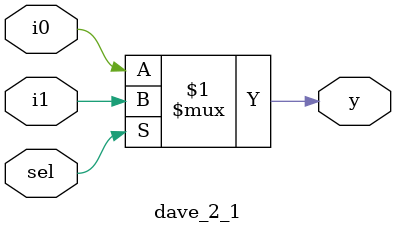
<source format=v>
module dave_2_1(
  input sel,
  input i0, i1,
  output y);
  
  assign y = sel ? i1 : i0;
endmodule

</source>
